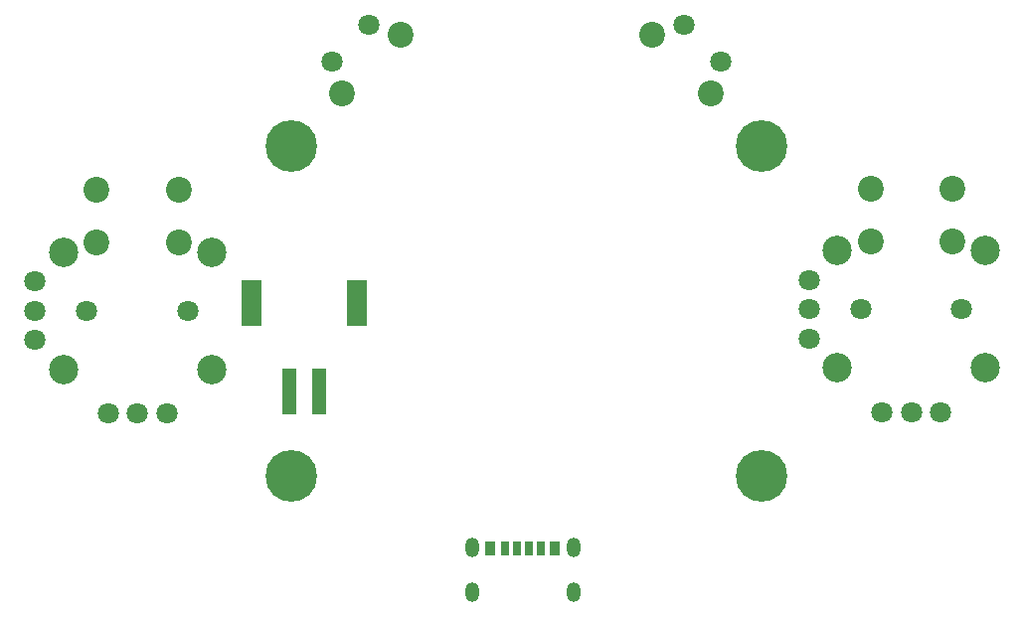
<source format=gbr>
%TF.GenerationSoftware,KiCad,Pcbnew,8.0.2*%
%TF.CreationDate,2024-07-05T22:45:24+08:00*%
%TF.ProjectId,controller,636f6e74-726f-46c6-9c65-722e6b696361,rev?*%
%TF.SameCoordinates,Original*%
%TF.FileFunction,Soldermask,Bot*%
%TF.FilePolarity,Negative*%
%FSLAX46Y46*%
G04 Gerber Fmt 4.6, Leading zero omitted, Abs format (unit mm)*
G04 Created by KiCad (PCBNEW 8.0.2) date 2024-07-05 22:45:24*
%MOMM*%
%LPD*%
G01*
G04 APERTURE LIST*
%ADD10C,1.800000*%
%ADD11C,2.200000*%
%ADD12C,4.400000*%
%ADD13C,2.500000*%
%ADD14R,0.900000X1.200000*%
%ADD15R,0.800000X1.200000*%
%ADD16R,0.700000X1.200000*%
%ADD17O,1.200000X1.700000*%
%ADD18R,1.800000X3.900000*%
%ADD19R,1.200000X4.000000*%
G04 APERTURE END LIST*
D10*
%TO.C,SW4*%
X136692893Y-56525126D03*
X139874874Y-59707107D03*
D11*
X138990990Y-62358757D03*
X134041243Y-57409010D03*
%TD*%
D12*
%TO.C,H1*%
X103300000Y-95000000D03*
%TD*%
D11*
%TO.C,SW2*%
X86700000Y-70600000D03*
X86700000Y-75100000D03*
X93700000Y-70600000D03*
X93700000Y-75100000D03*
D13*
X83855000Y-85892000D03*
X83855000Y-75892000D03*
X96505000Y-75892000D03*
X96505000Y-85892000D03*
D10*
X92681000Y-89622000D03*
X90180000Y-89622000D03*
X87681000Y-89622000D03*
X81451000Y-83392000D03*
X81451000Y-80892000D03*
X81451000Y-78392000D03*
X85881000Y-80892000D03*
X94481000Y-80892000D03*
%TD*%
D12*
%TO.C,H3*%
X143300000Y-95000000D03*
%TD*%
%TO.C,H4*%
X103300000Y-66900000D03*
%TD*%
D11*
%TO.C,SW3*%
X152600000Y-70500000D03*
X152600000Y-75000000D03*
X159600000Y-70500000D03*
X159600000Y-75000000D03*
D13*
X149755000Y-85792000D03*
X149755000Y-75792000D03*
X162405000Y-75792000D03*
X162405000Y-85792000D03*
D10*
X158581000Y-89522000D03*
X156080000Y-89522000D03*
X153581000Y-89522000D03*
X147351000Y-83292000D03*
X147351000Y-80792000D03*
X147351000Y-78292000D03*
X151781000Y-80792000D03*
X160381000Y-80792000D03*
%TD*%
D12*
%TO.C,H2*%
X143300000Y-66900000D03*
%TD*%
D14*
%TO.C,J1*%
X125750000Y-101120000D03*
D15*
X124520000Y-101120000D03*
D16*
X122500000Y-101120000D03*
D14*
X120250000Y-101120000D03*
D15*
X121480000Y-101120000D03*
D16*
X123500000Y-101120000D03*
D17*
X118680000Y-104900000D03*
X127320000Y-104900000D03*
X118680000Y-101100000D03*
X127320000Y-101100000D03*
%TD*%
D18*
%TO.C,J2*%
X99930000Y-80225000D03*
X108870000Y-80225000D03*
D19*
X105670000Y-87775000D03*
X103130000Y-87775000D03*
%TD*%
D10*
%TO.C,SW7*%
X106725126Y-59707107D03*
X109907107Y-56525126D03*
D11*
X112558757Y-57409010D03*
X107609010Y-62358757D03*
%TD*%
M02*

</source>
